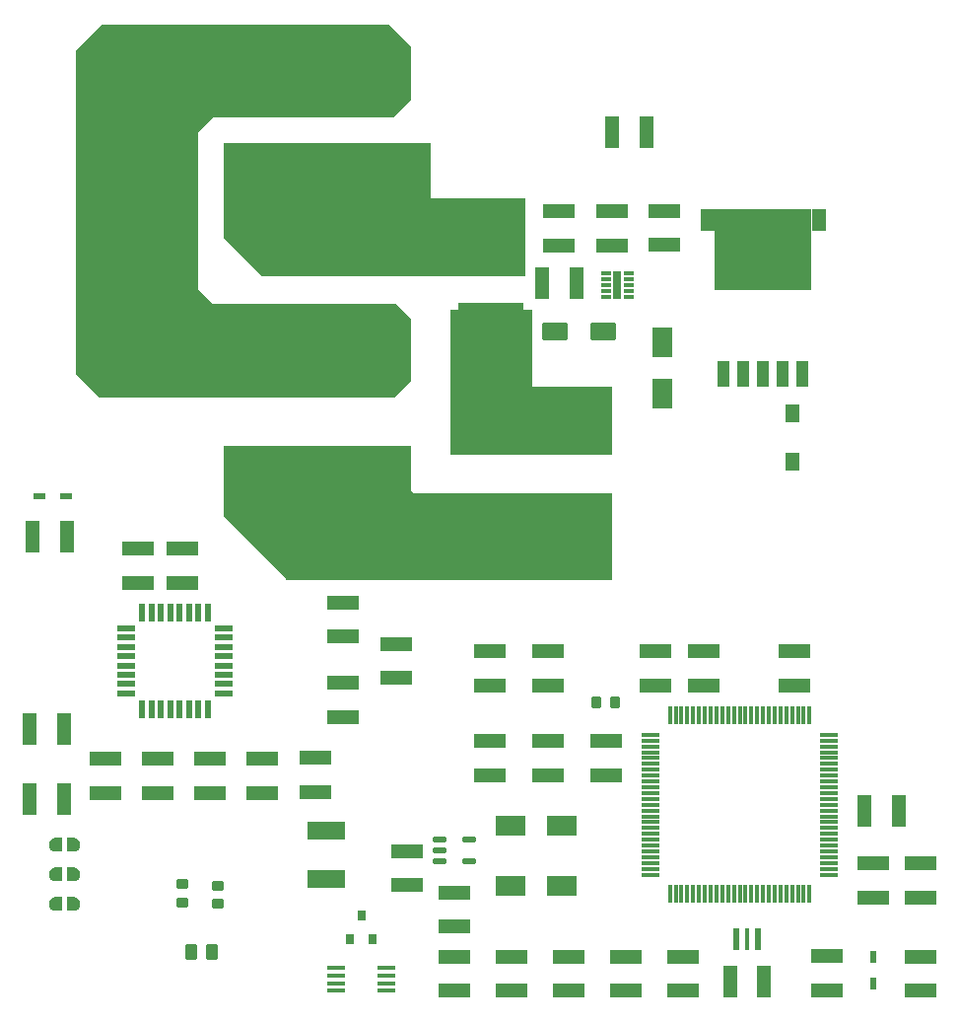
<source format=gbr>
%TF.GenerationSoftware,Altium Limited,Altium Designer,25.2.1 (25)*%
G04 Layer_Color=8421504*
%FSLAX43Y43*%
%MOMM*%
%TF.SameCoordinates,4C24163C-91DB-42BE-86CD-6C2E27ADC54B*%
%TF.FilePolarity,Positive*%
%TF.FileFunction,Paste,Top*%
%TF.Part,Single*%
G01*
G75*
%TA.AperFunction,SMDPad,CuDef*%
%ADD11R,0.690X2.440*%
%ADD12R,0.850X0.300*%
%ADD13R,5.600X2.700*%
G04:AMPARAMS|DCode=14|XSize=2.21mm|YSize=1.53mm|CornerRadius=0.115mm|HoleSize=0mm|Usage=FLASHONLY|Rotation=180.000|XOffset=0mm|YOffset=0mm|HoleType=Round|Shape=RoundedRectangle|*
%AMROUNDEDRECTD14*
21,1,2.210,1.301,0,0,180.0*
21,1,1.981,1.530,0,0,180.0*
1,1,0.230,-0.990,0.650*
1,1,0.230,0.990,0.650*
1,1,0.230,0.990,-0.650*
1,1,0.230,-0.990,-0.650*
%
%ADD14ROUNDEDRECTD14*%
%ADD15R,1.800X2.650*%
%ADD16R,1.235X1.910*%
%ADD17R,8.330X6.990*%
%ADD18R,1.020X2.160*%
G04:AMPARAMS|DCode=19|XSize=0.9mm|YSize=0.97mm|CornerRadius=0.135mm|HoleSize=0mm|Usage=FLASHONLY|Rotation=180.000|XOffset=0mm|YOffset=0mm|HoleType=Round|Shape=RoundedRectangle|*
%AMROUNDEDRECTD19*
21,1,0.900,0.700,0,0,180.0*
21,1,0.630,0.970,0,0,180.0*
1,1,0.270,-0.315,0.350*
1,1,0.270,0.315,0.350*
1,1,0.270,0.315,-0.350*
1,1,0.270,-0.315,-0.350*
%
%ADD19ROUNDEDRECTD19*%
%ADD20R,0.500X1.125*%
%ADD21R,1.125X0.500*%
G04:AMPARAMS|DCode=22|XSize=1.47mm|YSize=0.55mm|CornerRadius=0.069mm|HoleSize=0mm|Usage=FLASHONLY|Rotation=180.000|XOffset=0mm|YOffset=0mm|HoleType=Round|Shape=RoundedRectangle|*
%AMROUNDEDRECTD22*
21,1,1.470,0.413,0,0,180.0*
21,1,1.333,0.550,0,0,180.0*
1,1,0.138,-0.666,0.206*
1,1,0.138,0.666,0.206*
1,1,0.138,0.666,-0.206*
1,1,0.138,-0.666,-0.206*
%
%ADD22ROUNDEDRECTD22*%
G04:AMPARAMS|DCode=23|XSize=0.55mm|YSize=1.47mm|CornerRadius=0.069mm|HoleSize=0mm|Usage=FLASHONLY|Rotation=180.000|XOffset=0mm|YOffset=0mm|HoleType=Round|Shape=RoundedRectangle|*
%AMROUNDEDRECTD23*
21,1,0.550,1.333,0,0,180.0*
21,1,0.413,1.470,0,0,180.0*
1,1,0.138,-0.206,0.666*
1,1,0.138,0.206,0.666*
1,1,0.138,0.206,-0.666*
1,1,0.138,-0.206,-0.666*
%
%ADD23ROUNDEDRECTD23*%
%ADD24R,0.800X0.900*%
%ADD25R,2.650X1.800*%
%ADD26R,2.720X1.160*%
%ADD27R,2.760X1.230*%
%ADD28R,1.230X2.760*%
G04:AMPARAMS|DCode=29|XSize=0.87mm|YSize=1.02mm|CornerRadius=0.109mm|HoleSize=0mm|Usage=FLASHONLY|Rotation=90.000|XOffset=0mm|YOffset=0mm|HoleType=Round|Shape=RoundedRectangle|*
%AMROUNDEDRECTD29*
21,1,0.870,0.803,0,0,90.0*
21,1,0.653,1.020,0,0,90.0*
1,1,0.217,0.401,0.326*
1,1,0.217,0.401,-0.326*
1,1,0.217,-0.401,-0.326*
1,1,0.217,-0.401,0.326*
%
%ADD29ROUNDEDRECTD29*%
G04:AMPARAMS|DCode=30|XSize=1.016mm|YSize=1.397mm|CornerRadius=0.127mm|HoleSize=0mm|Usage=FLASHONLY|Rotation=180.000|XOffset=0mm|YOffset=0mm|HoleType=Round|Shape=RoundedRectangle|*
%AMROUNDEDRECTD30*
21,1,1.016,1.143,0,0,180.0*
21,1,0.762,1.397,0,0,180.0*
1,1,0.254,-0.381,0.572*
1,1,0.254,0.381,0.572*
1,1,0.254,0.381,-0.572*
1,1,0.254,-0.381,-0.572*
%
%ADD30ROUNDEDRECTD30*%
%ADD31R,3.200X1.500*%
%ADD32R,1.160X2.720*%
%ADD33R,1.300X1.650*%
G04:AMPARAMS|DCode=34|XSize=1.47mm|YSize=0.4mm|CornerRadius=0.05mm|HoleSize=0mm|Usage=FLASHONLY|Rotation=0.000|XOffset=0mm|YOffset=0mm|HoleType=Round|Shape=RoundedRectangle|*
%AMROUNDEDRECTD34*
21,1,1.470,0.300,0,0,0.0*
21,1,1.370,0.400,0,0,0.0*
1,1,0.100,0.685,-0.150*
1,1,0.100,-0.685,-0.150*
1,1,0.100,-0.685,0.150*
1,1,0.100,0.685,0.150*
%
%ADD34ROUNDEDRECTD34*%
G04:AMPARAMS|DCode=35|XSize=0.28mm|YSize=1.6mm|CornerRadius=0.035mm|HoleSize=0mm|Usage=FLASHONLY|Rotation=0.000|XOffset=0mm|YOffset=0mm|HoleType=Round|Shape=RoundedRectangle|*
%AMROUNDEDRECTD35*
21,1,0.280,1.530,0,0,0.0*
21,1,0.210,1.600,0,0,0.0*
1,1,0.070,0.105,-0.765*
1,1,0.070,-0.105,-0.765*
1,1,0.070,-0.105,0.765*
1,1,0.070,0.105,0.765*
%
%ADD35ROUNDEDRECTD35*%
G04:AMPARAMS|DCode=36|XSize=1.6mm|YSize=0.28mm|CornerRadius=0.035mm|HoleSize=0mm|Usage=FLASHONLY|Rotation=0.000|XOffset=0mm|YOffset=0mm|HoleType=Round|Shape=RoundedRectangle|*
%AMROUNDEDRECTD36*
21,1,1.600,0.210,0,0,0.0*
21,1,1.530,0.280,0,0,0.0*
1,1,0.070,0.765,-0.105*
1,1,0.070,-0.765,-0.105*
1,1,0.070,-0.765,0.105*
1,1,0.070,0.765,0.105*
%
%ADD36ROUNDEDRECTD36*%
%ADD37R,0.400X1.900*%
%ADD38R,0.600X1.900*%
G04:AMPARAMS|DCode=39|XSize=1.21mm|YSize=0.59mm|CornerRadius=0.148mm|HoleSize=0mm|Usage=FLASHONLY|Rotation=0.000|XOffset=0mm|YOffset=0mm|HoleType=Round|Shape=RoundedRectangle|*
%AMROUNDEDRECTD39*
21,1,1.210,0.295,0,0,0.0*
21,1,0.915,0.590,0,0,0.0*
1,1,0.295,0.458,-0.148*
1,1,0.295,-0.458,-0.148*
1,1,0.295,-0.458,0.148*
1,1,0.295,0.458,0.148*
%
%ADD39ROUNDEDRECTD39*%
G36*
X35941Y69523D02*
X44069D01*
Y62865D01*
X21463D01*
X18140Y66188D01*
Y74300D01*
X35941D01*
Y69523D01*
D02*
G37*
G36*
X34300Y82540D02*
X34300D01*
Y77988D01*
X32812Y76500D01*
X17318D01*
X16000Y75182D01*
Y61724D01*
X17224Y60500D01*
X33000D01*
X34300Y59200D01*
Y53858D01*
X32902Y52460D01*
X7484D01*
X5500Y54444D01*
Y82208D01*
X7752Y84460D01*
X32380D01*
X34300Y82540D01*
D02*
G37*
G36*
X44648Y53340D02*
X51562D01*
Y47498D01*
X37648D01*
Y60000D01*
X44648D01*
Y53340D01*
D02*
G37*
G36*
X34300Y44450D02*
X34554Y44196D01*
X51562D01*
Y36807D01*
X23633D01*
X18140Y42300D01*
Y48300D01*
X34300D01*
Y44450D01*
D02*
G37*
G36*
X5374Y14665D02*
X5464Y14636D01*
X5548Y14593D01*
X5625Y14538D01*
X5692Y14471D01*
X5747Y14394D01*
X5790Y14310D01*
X5819Y14220D01*
X5834Y14127D01*
Y14033D01*
X5819Y13939D01*
X5790Y13850D01*
X5747Y13766D01*
X5692Y13689D01*
X5625Y13622D01*
X5548Y13567D01*
X5464Y13524D01*
X5374Y13495D01*
X5281Y13480D01*
X5234Y13480D01*
X4726D01*
Y14680D01*
X5281D01*
X5374Y14665D01*
D02*
G37*
G36*
X4274Y13480D02*
X3766D01*
X3766Y13480D01*
X3719D01*
X3625Y13495D01*
X3536Y13524D01*
X3452Y13567D01*
X3375Y13622D01*
X3308Y13689D01*
X3253Y13766D01*
X3210Y13850D01*
X3181Y13939D01*
X3166Y14033D01*
Y14127D01*
X3181Y14220D01*
X3210Y14310D01*
X3253Y14394D01*
X3308Y14471D01*
X3375Y14538D01*
X3452Y14593D01*
X3536Y14636D01*
X3625Y14665D01*
X3719Y14680D01*
X4274D01*
Y13480D01*
D02*
G37*
G36*
X5374Y12125D02*
X5464Y12096D01*
X5548Y12053D01*
X5625Y11998D01*
X5692Y11931D01*
X5747Y11854D01*
X5790Y11770D01*
X5819Y11681D01*
X5834Y11587D01*
Y11493D01*
X5819Y11399D01*
X5790Y11310D01*
X5747Y11226D01*
X5692Y11149D01*
X5625Y11082D01*
X5548Y11027D01*
X5464Y10984D01*
X5374Y10955D01*
X5281Y10940D01*
X5234Y10940D01*
X4726D01*
Y12140D01*
X5281D01*
X5374Y12125D01*
D02*
G37*
G36*
X4274Y10940D02*
X3766D01*
X3766Y10940D01*
X3719D01*
X3625Y10955D01*
X3536Y10984D01*
X3452Y11027D01*
X3375Y11082D01*
X3308Y11149D01*
X3253Y11226D01*
X3210Y11310D01*
X3181Y11399D01*
X3166Y11493D01*
Y11587D01*
X3181Y11681D01*
X3210Y11770D01*
X3253Y11854D01*
X3308Y11931D01*
X3375Y11998D01*
X3452Y12053D01*
X3536Y12096D01*
X3625Y12125D01*
X3719Y12140D01*
X4274D01*
Y10940D01*
D02*
G37*
G36*
X5374Y9585D02*
X5464Y9556D01*
X5548Y9513D01*
X5625Y9458D01*
X5692Y9391D01*
X5747Y9314D01*
X5790Y9230D01*
X5819Y9141D01*
X5834Y9047D01*
Y8953D01*
X5819Y8859D01*
X5790Y8770D01*
X5747Y8686D01*
X5692Y8609D01*
X5625Y8542D01*
X5548Y8487D01*
X5464Y8444D01*
X5374Y8415D01*
X5281Y8400D01*
X4726D01*
Y9600D01*
X5234D01*
X5234Y9600D01*
X5281D01*
X5374Y9585D01*
D02*
G37*
G36*
X3766Y9600D02*
X4274D01*
Y8400D01*
X3719D01*
X3625Y8415D01*
X3536Y8444D01*
X3452Y8487D01*
X3375Y8542D01*
X3308Y8609D01*
X3253Y8686D01*
X3210Y8770D01*
X3181Y8859D01*
X3166Y8953D01*
Y9047D01*
X3181Y9141D01*
X3210Y9230D01*
X3253Y9314D01*
X3308Y9391D01*
X3375Y9458D01*
X3452Y9513D01*
X3536Y9556D01*
X3625Y9585D01*
X3719Y9600D01*
X3766Y9600D01*
D02*
G37*
D11*
X52000Y62100D02*
D03*
D12*
X52950Y63100D02*
D03*
Y62600D02*
D03*
Y62100D02*
D03*
Y61600D02*
D03*
Y61100D02*
D03*
X51050D02*
D03*
Y61600D02*
D03*
Y62100D02*
D03*
Y62600D02*
D03*
Y63100D02*
D03*
D13*
X41148Y67523D02*
D03*
Y59223D02*
D03*
D14*
X46650Y58100D02*
D03*
X50750D02*
D03*
D15*
X55880Y52791D02*
D03*
Y57191D02*
D03*
D16*
X59717Y67715D02*
D03*
X69283D02*
D03*
D17*
X64500Y65175D02*
D03*
D18*
X67900Y54500D02*
D03*
X66200D02*
D03*
X64500D02*
D03*
X62800D02*
D03*
X61100D02*
D03*
D19*
X50215Y26289D02*
D03*
X51785D02*
D03*
D20*
X74000Y2133D02*
D03*
Y4457D02*
D03*
D21*
X2338Y44000D02*
D03*
X4662D02*
D03*
D22*
X9821Y27051D02*
D03*
Y27851D02*
D03*
Y28651D02*
D03*
Y29451D02*
D03*
Y30251D02*
D03*
Y31051D02*
D03*
Y31851D02*
D03*
Y32651D02*
D03*
X18161D02*
D03*
Y31851D02*
D03*
Y31051D02*
D03*
Y30251D02*
D03*
Y29451D02*
D03*
Y28651D02*
D03*
Y27851D02*
D03*
Y27051D02*
D03*
D23*
X16791Y25681D02*
D03*
X15991D02*
D03*
X15191D02*
D03*
X14391D02*
D03*
X13591D02*
D03*
X12791D02*
D03*
X11991D02*
D03*
X11191D02*
D03*
Y34021D02*
D03*
X11991D02*
D03*
X12791D02*
D03*
X13591D02*
D03*
X14391D02*
D03*
X15191D02*
D03*
X15991D02*
D03*
X16791D02*
D03*
D24*
X30000Y8000D02*
D03*
X30950Y6000D02*
D03*
X29050D02*
D03*
D25*
X47200Y10500D02*
D03*
X42800D02*
D03*
Y15700D02*
D03*
X47200D02*
D03*
D26*
X67183Y27735D02*
D03*
Y30685D02*
D03*
X51500Y68475D02*
D03*
Y65525D02*
D03*
X47000D02*
D03*
Y68475D02*
D03*
X28448Y27975D02*
D03*
Y25025D02*
D03*
X21500Y21475D02*
D03*
Y18525D02*
D03*
X78000Y1525D02*
D03*
Y4475D02*
D03*
X26035Y18591D02*
D03*
Y21541D02*
D03*
X8000Y18525D02*
D03*
Y21475D02*
D03*
X28448Y34876D02*
D03*
Y31926D02*
D03*
X57658Y1525D02*
D03*
Y4475D02*
D03*
X51000Y22975D02*
D03*
Y20025D02*
D03*
X33909Y13540D02*
D03*
Y10590D02*
D03*
X55245Y30685D02*
D03*
Y27735D02*
D03*
X59436Y30685D02*
D03*
Y27735D02*
D03*
X52738Y4475D02*
D03*
Y1525D02*
D03*
X47819Y4475D02*
D03*
Y1525D02*
D03*
X42899Y4475D02*
D03*
Y1525D02*
D03*
D27*
X56000Y65534D02*
D03*
Y68466D02*
D03*
X17020Y21466D02*
D03*
Y18534D02*
D03*
X12520Y21466D02*
D03*
Y18534D02*
D03*
X38000Y1534D02*
D03*
Y4466D02*
D03*
X70000Y4492D02*
D03*
Y1560D02*
D03*
X41000Y22966D02*
D03*
Y20034D02*
D03*
X46010Y22966D02*
D03*
Y20034D02*
D03*
Y30676D02*
D03*
Y27744D02*
D03*
X41000Y30676D02*
D03*
Y27744D02*
D03*
X14600Y39466D02*
D03*
Y36534D02*
D03*
X10800Y39466D02*
D03*
Y36534D02*
D03*
X33000Y28385D02*
D03*
Y31317D02*
D03*
X78000Y12466D02*
D03*
Y9534D02*
D03*
X74000Y12466D02*
D03*
Y9534D02*
D03*
X38000Y9966D02*
D03*
Y7034D02*
D03*
D28*
X1767Y40500D02*
D03*
X4699D02*
D03*
X4466Y24000D02*
D03*
X1534D02*
D03*
X51564Y75184D02*
D03*
X54496D02*
D03*
X64585Y2325D02*
D03*
X61653D02*
D03*
D29*
X17653Y10577D02*
D03*
Y9017D02*
D03*
X14605Y10686D02*
D03*
Y9126D02*
D03*
D30*
X15367Y4826D02*
D03*
X17145D02*
D03*
D31*
X27000Y15297D02*
D03*
Y11097D02*
D03*
D32*
X4475Y18000D02*
D03*
X1525D02*
D03*
X48475Y62300D02*
D03*
X45525D02*
D03*
X76150Y17000D02*
D03*
X73200D02*
D03*
D33*
X67000Y51050D02*
D03*
Y46950D02*
D03*
D34*
X32150Y3475D02*
D03*
Y2825D02*
D03*
Y2175D02*
D03*
Y1525D02*
D03*
X27850D02*
D03*
Y2175D02*
D03*
Y2825D02*
D03*
Y3475D02*
D03*
D35*
X56500Y25180D02*
D03*
X57000D02*
D03*
X57500D02*
D03*
X58000D02*
D03*
X58500D02*
D03*
X59000D02*
D03*
X59500D02*
D03*
X60000D02*
D03*
X60500D02*
D03*
X61000D02*
D03*
X61500D02*
D03*
X62000D02*
D03*
X62500D02*
D03*
X63000D02*
D03*
X63500D02*
D03*
X64000D02*
D03*
X64500D02*
D03*
X65000D02*
D03*
X65500D02*
D03*
X66000D02*
D03*
X66500D02*
D03*
X67000D02*
D03*
X67500D02*
D03*
X68000D02*
D03*
X68500D02*
D03*
Y9820D02*
D03*
X68000D02*
D03*
X67500D02*
D03*
X67000D02*
D03*
X66500D02*
D03*
X66000D02*
D03*
X65500D02*
D03*
X65000D02*
D03*
X64500D02*
D03*
X64000D02*
D03*
X63500D02*
D03*
X63000D02*
D03*
X62500D02*
D03*
X62000D02*
D03*
X61500D02*
D03*
X61000D02*
D03*
X60500D02*
D03*
X60000D02*
D03*
X59500D02*
D03*
X59000D02*
D03*
X58500D02*
D03*
X58000D02*
D03*
X57500D02*
D03*
X57000D02*
D03*
X56500D02*
D03*
D36*
X70180Y23500D02*
D03*
Y23000D02*
D03*
Y22500D02*
D03*
Y22000D02*
D03*
Y21500D02*
D03*
Y21000D02*
D03*
Y20500D02*
D03*
Y20000D02*
D03*
Y19500D02*
D03*
Y19000D02*
D03*
Y18500D02*
D03*
Y18000D02*
D03*
Y17500D02*
D03*
Y17000D02*
D03*
Y16500D02*
D03*
Y16000D02*
D03*
Y15500D02*
D03*
Y15000D02*
D03*
Y14500D02*
D03*
Y14000D02*
D03*
Y13500D02*
D03*
Y13000D02*
D03*
Y12500D02*
D03*
Y12000D02*
D03*
Y11500D02*
D03*
X54820D02*
D03*
Y12000D02*
D03*
Y12500D02*
D03*
Y13000D02*
D03*
Y13500D02*
D03*
Y14000D02*
D03*
Y14500D02*
D03*
Y15000D02*
D03*
Y15500D02*
D03*
Y16000D02*
D03*
Y16500D02*
D03*
Y17000D02*
D03*
Y17500D02*
D03*
Y18000D02*
D03*
Y18500D02*
D03*
Y19000D02*
D03*
Y19500D02*
D03*
Y20000D02*
D03*
Y20500D02*
D03*
Y21000D02*
D03*
Y21500D02*
D03*
Y22000D02*
D03*
Y22500D02*
D03*
Y23000D02*
D03*
Y23500D02*
D03*
D37*
X63119Y5969D02*
D03*
D38*
X62169D02*
D03*
X64069D02*
D03*
D39*
X36745Y14550D02*
D03*
Y13600D02*
D03*
Y12650D02*
D03*
X39255D02*
D03*
Y14550D02*
D03*
%TF.MD5,4ebf46884dce9c2dee3c9c53614876b7*%
M02*

</source>
